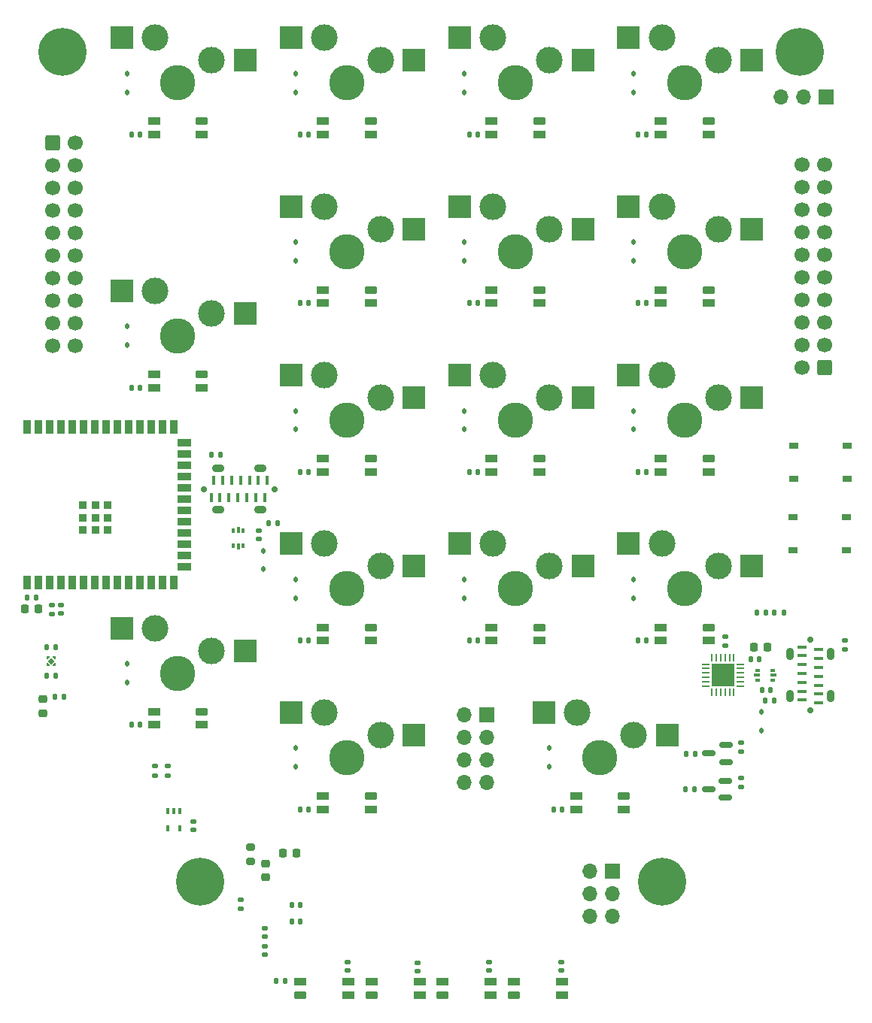
<source format=gbr>
%TF.GenerationSoftware,KiCad,Pcbnew,7.0.7-7.0.7~ubuntu20.04.1*%
%TF.CreationDate,2023-08-31T00:29:57-07:00*%
%TF.ProjectId,v2_controller,76325f63-6f6e-4747-926f-6c6c65722e6b,rev?*%
%TF.SameCoordinates,Original*%
%TF.FileFunction,Soldermask,Top*%
%TF.FilePolarity,Negative*%
%FSLAX46Y46*%
G04 Gerber Fmt 4.6, Leading zero omitted, Abs format (unit mm)*
G04 Created by KiCad (PCBNEW 7.0.7-7.0.7~ubuntu20.04.1) date 2023-08-31 00:29:57*
%MOMM*%
%LPD*%
G01*
G04 APERTURE LIST*
G04 Aperture macros list*
%AMRoundRect*
0 Rectangle with rounded corners*
0 $1 Rounding radius*
0 $2 $3 $4 $5 $6 $7 $8 $9 X,Y pos of 4 corners*
0 Add a 4 corners polygon primitive as box body*
4,1,4,$2,$3,$4,$5,$6,$7,$8,$9,$2,$3,0*
0 Add four circle primitives for the rounded corners*
1,1,$1+$1,$2,$3*
1,1,$1+$1,$4,$5*
1,1,$1+$1,$6,$7*
1,1,$1+$1,$8,$9*
0 Add four rect primitives between the rounded corners*
20,1,$1+$1,$2,$3,$4,$5,0*
20,1,$1+$1,$4,$5,$6,$7,0*
20,1,$1+$1,$6,$7,$8,$9,0*
20,1,$1+$1,$8,$9,$2,$3,0*%
%AMRotRect*
0 Rectangle, with rotation*
0 The origin of the aperture is its center*
0 $1 length*
0 $2 width*
0 $3 Rotation angle, in degrees counterclockwise*
0 Add horizontal line*
21,1,$1,$2,0,0,$3*%
%AMFreePoly0*
4,1,6,0.130000,0.115000,0.130000,-0.115000,-0.130000,-0.115000,-0.130000,0.275000,-0.020000,0.275000,0.130000,0.115000,0.130000,0.115000,$1*%
%AMFreePoly1*
4,1,6,0.130000,-0.115000,-0.130000,-0.115000,-0.130000,0.115000,0.020000,0.275000,0.130000,0.275000,0.130000,-0.115000,0.130000,-0.115000,$1*%
G04 Aperture macros list end*
%ADD10RoundRect,0.062500X0.350000X0.062500X-0.350000X0.062500X-0.350000X-0.062500X0.350000X-0.062500X0*%
%ADD11RoundRect,0.062500X0.062500X0.350000X-0.062500X0.350000X-0.062500X-0.350000X0.062500X-0.350000X0*%
%ADD12R,2.600000X2.600000*%
%ADD13RoundRect,0.112500X-0.112500X0.187500X-0.112500X-0.187500X0.112500X-0.187500X0.112500X0.187500X0*%
%ADD14RoundRect,0.135000X0.135000X0.185000X-0.135000X0.185000X-0.135000X-0.185000X0.135000X-0.185000X0*%
%ADD15C,0.700000*%
%ADD16R,0.320000X1.000000*%
%ADD17O,1.400000X0.900000*%
%ADD18RoundRect,0.140000X0.140000X0.170000X-0.140000X0.170000X-0.140000X-0.170000X0.140000X-0.170000X0*%
%ADD19R,1.400000X0.820000*%
%ADD20RoundRect,0.205000X-0.495000X-0.205000X0.495000X-0.205000X0.495000X0.205000X-0.495000X0.205000X0*%
%ADD21RoundRect,0.135000X0.185000X-0.135000X0.185000X0.135000X-0.185000X0.135000X-0.185000X-0.135000X0*%
%ADD22RoundRect,0.140000X-0.140000X-0.170000X0.140000X-0.170000X0.140000X0.170000X-0.140000X0.170000X0*%
%ADD23RoundRect,0.205000X0.495000X0.205000X-0.495000X0.205000X-0.495000X-0.205000X0.495000X-0.205000X0*%
%ADD24R,1.000000X0.320000*%
%ADD25O,0.900000X1.400000*%
%ADD26RoundRect,0.140000X-0.170000X0.140000X-0.170000X-0.140000X0.170000X-0.140000X0.170000X0.140000X0*%
%ADD27RoundRect,0.135000X-0.135000X-0.185000X0.135000X-0.185000X0.135000X0.185000X-0.135000X0.185000X0*%
%ADD28RoundRect,0.140000X0.170000X-0.140000X0.170000X0.140000X-0.170000X0.140000X-0.170000X-0.140000X0*%
%ADD29R,0.900000X1.500000*%
%ADD30R,1.500000X0.900000*%
%ADD31R,0.900000X0.900000*%
%ADD32RoundRect,0.250000X0.600000X0.600000X-0.600000X0.600000X-0.600000X-0.600000X0.600000X-0.600000X0*%
%ADD33C,1.700000*%
%ADD34RoundRect,0.250000X-0.600000X-0.600000X0.600000X-0.600000X0.600000X0.600000X-0.600000X0.600000X0*%
%ADD35R,0.400000X0.650000*%
%ADD36C,0.800000*%
%ADD37C,5.400000*%
%ADD38FreePoly0,180.000000*%
%ADD39FreePoly1,180.000000*%
%ADD40FreePoly0,0.000000*%
%ADD41FreePoly1,0.000000*%
%ADD42RotRect,0.520000X0.520000X45.000000*%
%ADD43RoundRect,0.225000X0.225000X0.250000X-0.225000X0.250000X-0.225000X-0.250000X0.225000X-0.250000X0*%
%ADD44RoundRect,0.150000X0.587500X0.150000X-0.587500X0.150000X-0.587500X-0.150000X0.587500X-0.150000X0*%
%ADD45RoundRect,0.218750X0.256250X-0.218750X0.256250X0.218750X-0.256250X0.218750X-0.256250X-0.218750X0*%
%ADD46RoundRect,0.112500X0.112500X-0.187500X0.112500X0.187500X-0.112500X0.187500X-0.112500X-0.187500X0*%
%ADD47R,0.500000X0.375000*%
%ADD48R,0.650000X0.300000*%
%ADD49R,1.700000X1.700000*%
%ADD50O,1.700000X1.700000*%
%ADD51RoundRect,0.135000X-0.185000X0.135000X-0.185000X-0.135000X0.185000X-0.135000X0.185000X0.135000X0*%
%ADD52R,1.000000X0.750000*%
%ADD53RoundRect,0.225000X0.250000X-0.225000X0.250000X0.225000X-0.250000X0.225000X-0.250000X-0.225000X0*%
%ADD54R,0.375000X0.500000*%
%ADD55R,0.300000X0.650000*%
%ADD56RoundRect,0.200000X0.275000X-0.200000X0.275000X0.200000X-0.275000X0.200000X-0.275000X-0.200000X0*%
%ADD57C,3.000000*%
%ADD58C,3.987800*%
%ADD59R,2.550000X2.500000*%
G04 APERTURE END LIST*
D10*
%TO.C,U7*%
X124758500Y-115978000D03*
X124758500Y-115478000D03*
X124758500Y-114978000D03*
X124758500Y-114478000D03*
X124758500Y-113978000D03*
X124758500Y-113478000D03*
D11*
X124071000Y-112790500D03*
X123571000Y-112790500D03*
X123071000Y-112790500D03*
X122571000Y-112790500D03*
X122071000Y-112790500D03*
X121571000Y-112790500D03*
D10*
X120883500Y-113478000D03*
X120883500Y-113978000D03*
X120883500Y-114478000D03*
X120883500Y-114978000D03*
X120883500Y-115478000D03*
X120883500Y-115978000D03*
D11*
X121571000Y-116665500D03*
X122071000Y-116665500D03*
X122571000Y-116665500D03*
X123071000Y-116665500D03*
X123571000Y-116665500D03*
X124071000Y-116665500D03*
D12*
X122821000Y-114728000D03*
%TD*%
D13*
%TO.C,D34*%
X112750000Y-46950000D03*
X112750000Y-49050000D03*
%TD*%
D14*
%TO.C,R8*%
X66251000Y-89856000D03*
X65231000Y-89856000D03*
%TD*%
D15*
%TO.C,J1*%
X64400000Y-93750000D03*
X72400000Y-93750000D03*
D16*
X65560000Y-92800000D03*
X66560000Y-92800000D03*
X67560000Y-92800000D03*
X68560000Y-92800000D03*
X69560000Y-92800000D03*
X70560000Y-92800000D03*
X71560000Y-92800000D03*
X71240000Y-94700000D03*
X70240000Y-94700000D03*
X69240000Y-94700000D03*
X68240000Y-94700000D03*
X67240000Y-94700000D03*
X66240000Y-94700000D03*
X65240000Y-94700000D03*
D17*
X66030000Y-96070000D03*
X70770000Y-96070000D03*
X66030000Y-91430000D03*
X70770000Y-91430000D03*
%TD*%
D18*
%TO.C,C3*%
X45522000Y-106001000D03*
X44562000Y-106001000D03*
%TD*%
D19*
%TO.C,D41*%
X104700000Y-149250000D03*
X104700000Y-150750000D03*
D20*
X99300000Y-150750000D03*
D19*
X99300000Y-149250000D03*
%TD*%
D21*
%TO.C,R3*%
X60400000Y-126010000D03*
X60400000Y-124990000D03*
%TD*%
D22*
%TO.C,C29*%
X75270000Y-72830000D03*
X76230000Y-72830000D03*
%TD*%
D19*
%TO.C,D39*%
X88700000Y-149250000D03*
X88700000Y-150750000D03*
D20*
X83300000Y-150750000D03*
D19*
X83300000Y-149250000D03*
%TD*%
D21*
%TO.C,R11*%
X136548000Y-111794000D03*
X136548000Y-110774000D03*
%TD*%
D19*
%TO.C,D17*%
X58800000Y-53830000D03*
X58800000Y-52330000D03*
D23*
X64200000Y-52330000D03*
D19*
X64200000Y-53830000D03*
%TD*%
D15*
%TO.C,J2*%
X132672000Y-118698000D03*
X132672000Y-110698000D03*
D24*
X131722000Y-117538000D03*
X131722000Y-116538000D03*
X131722000Y-115538000D03*
X131722000Y-114538000D03*
X131722000Y-113538000D03*
X131722000Y-112538000D03*
X131722000Y-111538000D03*
X133622000Y-111858000D03*
X133622000Y-112858000D03*
X133622000Y-113858000D03*
X133622000Y-114858000D03*
X133622000Y-115858000D03*
X133622000Y-116858000D03*
X133622000Y-117858000D03*
D25*
X134992000Y-117068000D03*
X134992000Y-112328000D03*
X130352000Y-117068000D03*
X130352000Y-112328000D03*
%TD*%
D19*
%TO.C,D8*%
X96800000Y-91830000D03*
X96800000Y-90330000D03*
D23*
X102200000Y-90330000D03*
D19*
X102200000Y-91830000D03*
%TD*%
D26*
%TO.C,C38*%
X80600000Y-147020000D03*
X80600000Y-147980000D03*
%TD*%
D13*
%TO.C,D33*%
X55750000Y-75450000D03*
X55750000Y-77550000D03*
%TD*%
D27*
%TO.C,R9*%
X71708000Y-97603000D03*
X72728000Y-97603000D03*
%TD*%
D22*
%TO.C,C20*%
X113270000Y-72830000D03*
X114230000Y-72830000D03*
%TD*%
D28*
%TO.C,C10*%
X63200000Y-132180000D03*
X63200000Y-131220000D03*
%TD*%
D13*
%TO.C,D21*%
X103250000Y-122950000D03*
X103250000Y-125050000D03*
%TD*%
D19*
%TO.C,D7*%
X115800000Y-91830000D03*
X115800000Y-90330000D03*
D23*
X121200000Y-90330000D03*
D19*
X121200000Y-91830000D03*
%TD*%
%TO.C,D12*%
X77800000Y-72830000D03*
X77800000Y-71330000D03*
D23*
X83200000Y-71330000D03*
D19*
X83200000Y-72830000D03*
%TD*%
D29*
%TO.C,U1*%
X44490000Y-104250000D03*
X45760000Y-104250000D03*
X47030000Y-104250000D03*
X48300000Y-104250000D03*
X49570000Y-104250000D03*
X50840000Y-104250000D03*
X52110000Y-104250000D03*
X53380000Y-104250000D03*
X54650000Y-104250000D03*
X55920000Y-104250000D03*
X57190000Y-104250000D03*
X58460000Y-104250000D03*
X59730000Y-104250000D03*
X61000000Y-104250000D03*
D30*
X62250000Y-102485000D03*
X62250000Y-101215000D03*
X62250000Y-99945000D03*
X62250000Y-98675000D03*
X62250000Y-97405000D03*
X62250000Y-96135000D03*
X62250000Y-94865000D03*
X62250000Y-93595000D03*
X62250000Y-92325000D03*
X62250000Y-91055000D03*
X62250000Y-89785000D03*
X62250000Y-88515000D03*
D29*
X61000000Y-86750000D03*
X59730000Y-86750000D03*
X58460000Y-86750000D03*
X57190000Y-86750000D03*
X55920000Y-86750000D03*
X54650000Y-86750000D03*
X53380000Y-86750000D03*
X52110000Y-86750000D03*
X50840000Y-86750000D03*
X49570000Y-86750000D03*
X48300000Y-86750000D03*
X47030000Y-86750000D03*
X45760000Y-86750000D03*
X44490000Y-86750000D03*
D31*
X50810000Y-98400000D03*
X52210000Y-98400000D03*
X53610000Y-98400000D03*
X53610000Y-98400000D03*
X50810000Y-97000000D03*
X50810000Y-97000000D03*
X52210000Y-97000000D03*
X53610000Y-97000000D03*
X50810000Y-95600000D03*
X52210000Y-95600000D03*
X53610000Y-95600000D03*
%TD*%
D27*
%TO.C,R6*%
X118662000Y-123558000D03*
X119682000Y-123558000D03*
%TD*%
D22*
%TO.C,C25*%
X94270000Y-72830000D03*
X95230000Y-72830000D03*
%TD*%
D32*
%TO.C,J3*%
X134300000Y-80060000D03*
D33*
X131760000Y-80060000D03*
X134300000Y-77520000D03*
X131760000Y-77520000D03*
X134300000Y-74980000D03*
X131760000Y-74980000D03*
X134300000Y-72440000D03*
X131760000Y-72440000D03*
X134300000Y-69900000D03*
X131760000Y-69900000D03*
X134300000Y-67360000D03*
X131760000Y-67360000D03*
X134300000Y-64820000D03*
X131760000Y-64820000D03*
X134300000Y-62280000D03*
X131760000Y-62280000D03*
X134300000Y-59740000D03*
X131760000Y-59740000D03*
X134300000Y-57200000D03*
X131760000Y-57200000D03*
%TD*%
D27*
%TO.C,R7*%
X118590000Y-127600000D03*
X119610000Y-127600000D03*
%TD*%
D22*
%TO.C,C24*%
X94270000Y-53830000D03*
X95230000Y-53830000D03*
%TD*%
D18*
%TO.C,C11*%
X47724000Y-114757000D03*
X46764000Y-114757000D03*
%TD*%
D19*
%TO.C,D38*%
X80700000Y-149250000D03*
X80700000Y-150750000D03*
D20*
X75300000Y-150750000D03*
D19*
X75300000Y-149250000D03*
%TD*%
D22*
%TO.C,C26*%
X94270000Y-91830000D03*
X95230000Y-91830000D03*
%TD*%
%TO.C,C21*%
X113270000Y-91830000D03*
X114230000Y-91830000D03*
%TD*%
D13*
%TO.C,D37*%
X55750000Y-46950000D03*
X55750000Y-49050000D03*
%TD*%
D34*
%TO.C,J4*%
X47429600Y-54718400D03*
D33*
X49969600Y-54718400D03*
X47429600Y-57258400D03*
X49969600Y-57258400D03*
X47429600Y-59798400D03*
X49969600Y-59798400D03*
X47429600Y-62338400D03*
X49969600Y-62338400D03*
X47429600Y-64878400D03*
X49969600Y-64878400D03*
X47429600Y-67418400D03*
X49969600Y-67418400D03*
X47429600Y-69958400D03*
X49969600Y-69958400D03*
X47429600Y-72498400D03*
X49969600Y-72498400D03*
X47429600Y-75038400D03*
X49969600Y-75038400D03*
X47429600Y-77578400D03*
X49969600Y-77578400D03*
%TD*%
D22*
%TO.C,C32*%
X75270000Y-129829999D03*
X76230000Y-129829999D03*
%TD*%
D26*
%TO.C,C39*%
X88500000Y-147120000D03*
X88500000Y-148080000D03*
%TD*%
D35*
%TO.C,U3*%
X61694000Y-130070000D03*
X61044000Y-130070000D03*
X60394000Y-130070000D03*
X60394000Y-131970000D03*
X61694000Y-131970000D03*
%TD*%
D22*
%TO.C,C16*%
X127239000Y-116415000D03*
X128199000Y-116415000D03*
%TD*%
D36*
%TO.C,H2*%
X129475000Y-44500000D03*
X130068109Y-43068109D03*
X130068109Y-45931891D03*
X131500000Y-42475000D03*
D37*
X131500000Y-44500000D03*
D36*
X131500000Y-46525000D03*
X132931891Y-43068109D03*
X132931891Y-45931891D03*
X133525000Y-44500000D03*
%TD*%
D21*
%TO.C,R17*%
X68605000Y-141020000D03*
X68605000Y-140000000D03*
%TD*%
D13*
%TO.C,D32*%
X74750000Y-65950000D03*
X74750000Y-68050000D03*
%TD*%
D19*
%TO.C,D15*%
X96800000Y-53830000D03*
X96800000Y-52330000D03*
D23*
X102200000Y-52330000D03*
D19*
X102200000Y-53830000D03*
%TD*%
D13*
%TO.C,D25*%
X74750000Y-103950000D03*
X74750000Y-106050000D03*
%TD*%
D38*
%TO.C,U4*%
X47569000Y-112672000D03*
D39*
X46919000Y-112672000D03*
D40*
X46919000Y-113642000D03*
D41*
X47569000Y-113642000D03*
D42*
X47244000Y-113157000D03*
%TD*%
D19*
%TO.C,D9*%
X77800000Y-91830000D03*
X77800000Y-90330000D03*
D23*
X83200000Y-90330000D03*
D19*
X83200000Y-91830000D03*
%TD*%
D22*
%TO.C,C22*%
X113270000Y-110830000D03*
X114230000Y-110830000D03*
%TD*%
D14*
%TO.C,R10*%
X128610000Y-117558000D03*
X127590000Y-117558000D03*
%TD*%
D19*
%TO.C,D2*%
X77800000Y-129829999D03*
X77800000Y-128329999D03*
D23*
X83200000Y-128329999D03*
D19*
X83200000Y-129829999D03*
%TD*%
D13*
%TO.C,D23*%
X112750000Y-103950000D03*
X112750000Y-106050000D03*
%TD*%
D36*
%TO.C,H4*%
X113975000Y-138000000D03*
X114568109Y-136568109D03*
X114568109Y-139431891D03*
X116000000Y-135975000D03*
D37*
X116000000Y-138000000D03*
D36*
X116000000Y-140025000D03*
X117431891Y-136568109D03*
X117431891Y-139431891D03*
X118025000Y-138000000D03*
%TD*%
D43*
%TO.C,C2*%
X45817000Y-107271000D03*
X44267000Y-107271000D03*
%TD*%
D44*
%TO.C,Q2*%
X123137500Y-128500000D03*
X123137500Y-126600000D03*
X121262500Y-127550000D03*
%TD*%
D18*
%TO.C,C4*%
X75280000Y-140600000D03*
X74320000Y-140600000D03*
%TD*%
D43*
%TO.C,C17*%
X127859000Y-111538000D03*
X126309000Y-111538000D03*
%TD*%
D13*
%TO.C,D30*%
X112750000Y-65950000D03*
X112750000Y-68050000D03*
%TD*%
D22*
%TO.C,C19*%
X113270000Y-53830000D03*
X114230000Y-53830000D03*
%TD*%
D13*
%TO.C,D27*%
X112750000Y-84950000D03*
X112750000Y-87050000D03*
%TD*%
D45*
%TO.C,D20*%
X46300000Y-118987500D03*
X46300000Y-117412500D03*
%TD*%
D14*
%TO.C,R13*%
X129660000Y-107652000D03*
X128640000Y-107652000D03*
%TD*%
D21*
%TO.C,R2*%
X58900000Y-126010000D03*
X58900000Y-124990000D03*
%TD*%
D46*
%TO.C,D19*%
X127200000Y-120950000D03*
X127200000Y-118850000D03*
%TD*%
D47*
%TO.C,U6*%
X128442000Y-115280000D03*
D48*
X128517000Y-114742500D03*
D47*
X128442000Y-114205000D03*
X126742000Y-114205000D03*
D48*
X126667000Y-114742500D03*
D47*
X126742000Y-115280000D03*
%TD*%
D44*
%TO.C,Q1*%
X123147000Y-124500000D03*
X123147000Y-122600000D03*
X121272000Y-123550000D03*
%TD*%
D21*
%TO.C,R15*%
X123113000Y-111416000D03*
X123113000Y-110396000D03*
%TD*%
D28*
%TO.C,C15*%
X70600000Y-99380000D03*
X70600000Y-98420000D03*
%TD*%
D13*
%TO.C,D22*%
X74750000Y-122950000D03*
X74750000Y-125050000D03*
%TD*%
D26*
%TO.C,C36*%
X96500000Y-147020000D03*
X96500000Y-147980000D03*
%TD*%
D49*
%TO.C,J7*%
X134480000Y-49600000D03*
D50*
X131940000Y-49600000D03*
X129400000Y-49600000D03*
%TD*%
D22*
%TO.C,C31*%
X75270000Y-110830000D03*
X76230000Y-110830000D03*
%TD*%
%TO.C,C28*%
X75270000Y-53830000D03*
X76230000Y-53830000D03*
%TD*%
D51*
%TO.C,R5*%
X124900000Y-126290000D03*
X124900000Y-127310000D03*
%TD*%
D27*
%TO.C,R16*%
X72580000Y-149200000D03*
X73600000Y-149200000D03*
%TD*%
D43*
%TO.C,C6*%
X74875000Y-134800000D03*
X73325000Y-134800000D03*
%TD*%
D19*
%TO.C,D13*%
X58800000Y-82330000D03*
X58800000Y-80830000D03*
D23*
X64200000Y-80830000D03*
D19*
X64200000Y-82330000D03*
%TD*%
D52*
%TO.C,SW19*%
X130700000Y-96900000D03*
X136700000Y-96900000D03*
X130700000Y-100650000D03*
X136700000Y-100650000D03*
%TD*%
D22*
%TO.C,C35*%
X56270000Y-120330000D03*
X57230000Y-120330000D03*
%TD*%
D13*
%TO.C,D29*%
X74750000Y-84950000D03*
X74750000Y-87050000D03*
%TD*%
D22*
%TO.C,C33*%
X56270000Y-53830000D03*
X57230000Y-53830000D03*
%TD*%
D51*
%TO.C,R4*%
X124900000Y-122290000D03*
X124900000Y-123310000D03*
%TD*%
D21*
%TO.C,R1*%
X47284000Y-107832000D03*
X47284000Y-106812000D03*
%TD*%
D19*
%TO.C,D6*%
X58800000Y-120330000D03*
X58800000Y-118830000D03*
D23*
X64200000Y-118830000D03*
D19*
X64200000Y-120330000D03*
%TD*%
D36*
%TO.C,H3*%
X61975000Y-138000000D03*
X62568109Y-136568109D03*
X62568109Y-139431891D03*
X64000000Y-135975000D03*
D37*
X64000000Y-138000000D03*
D36*
X64000000Y-140025000D03*
X65431891Y-136568109D03*
X65431891Y-139431891D03*
X66025000Y-138000000D03*
%TD*%
D22*
%TO.C,C30*%
X75270000Y-91830000D03*
X76230000Y-91830000D03*
%TD*%
D13*
%TO.C,D36*%
X74750000Y-46950000D03*
X74750000Y-49050000D03*
%TD*%
D19*
%TO.C,D10*%
X115800000Y-72830000D03*
X115800000Y-71330000D03*
D23*
X121200000Y-71330000D03*
D19*
X121200000Y-72830000D03*
%TD*%
%TO.C,D1*%
X106300000Y-129829999D03*
X106300000Y-128329999D03*
D23*
X111700000Y-128329999D03*
D19*
X111700000Y-129829999D03*
%TD*%
%TO.C,D14*%
X115800000Y-53830000D03*
X115800000Y-52330000D03*
D23*
X121200000Y-52330000D03*
D19*
X121200000Y-53830000D03*
%TD*%
%TO.C,D11*%
X96800000Y-72830000D03*
X96800000Y-71330000D03*
D23*
X102200000Y-71330000D03*
D19*
X102200000Y-72830000D03*
%TD*%
%TO.C,D16*%
X77800000Y-53830000D03*
X77800000Y-52330000D03*
D23*
X83200000Y-52330000D03*
D19*
X83200000Y-53830000D03*
%TD*%
D13*
%TO.C,D28*%
X93750000Y-84950000D03*
X93750000Y-87050000D03*
%TD*%
D19*
%TO.C,D4*%
X96800000Y-110830000D03*
X96800000Y-109330000D03*
D23*
X102200000Y-109330000D03*
D19*
X102200000Y-110830000D03*
%TD*%
D13*
%TO.C,D35*%
X93750000Y-46950000D03*
X93750000Y-49050000D03*
%TD*%
D22*
%TO.C,C23*%
X103770000Y-129829999D03*
X104730000Y-129829999D03*
%TD*%
D52*
%TO.C,SW18*%
X136800000Y-92600000D03*
X130800000Y-92600000D03*
X136800000Y-88850000D03*
X130800000Y-88850000D03*
%TD*%
D53*
%TO.C,C7*%
X71400000Y-137475000D03*
X71400000Y-135925000D03*
%TD*%
D13*
%TO.C,D24*%
X93750000Y-103950000D03*
X93750000Y-106050000D03*
%TD*%
D18*
%TO.C,C5*%
X75280000Y-142500000D03*
X74320000Y-142500000D03*
%TD*%
D26*
%TO.C,C9*%
X71300000Y-145252000D03*
X71300000Y-146212000D03*
%TD*%
D49*
%TO.C,J6*%
X110363000Y-136779000D03*
D50*
X107823000Y-136779000D03*
X110363000Y-139319000D03*
X107823000Y-139319000D03*
X110363000Y-141859000D03*
X107823000Y-141859000D03*
%TD*%
D54*
%TO.C,U5*%
X68818500Y-98454800D03*
D55*
X68281000Y-98379800D03*
D54*
X67743500Y-98454800D03*
X67743500Y-100154800D03*
D55*
X68281000Y-100229800D03*
D54*
X68818500Y-100154800D03*
%TD*%
D46*
%TO.C,D18*%
X71100000Y-102800000D03*
X71100000Y-100700000D03*
%TD*%
D13*
%TO.C,D31*%
X93750000Y-65950000D03*
X93750000Y-68050000D03*
%TD*%
D26*
%TO.C,C37*%
X104600000Y-147020000D03*
X104600000Y-147980000D03*
%TD*%
D36*
%TO.C,H1*%
X46475000Y-44500000D03*
X47068109Y-43068109D03*
X47068109Y-45931891D03*
X48500000Y-42475000D03*
D37*
X48500000Y-44500000D03*
D36*
X48500000Y-46525000D03*
X49931891Y-43068109D03*
X49931891Y-45931891D03*
X50525000Y-44500000D03*
%TD*%
D56*
%TO.C,R18*%
X69700000Y-135725000D03*
X69700000Y-134075000D03*
%TD*%
D22*
%TO.C,C27*%
X94270000Y-110830000D03*
X95230000Y-110830000D03*
%TD*%
D14*
%TO.C,R14*%
X127660000Y-107652000D03*
X126640000Y-107652000D03*
%TD*%
D22*
%TO.C,C34*%
X56270000Y-82330000D03*
X57230000Y-82330000D03*
%TD*%
D49*
%TO.C,J5*%
X96290000Y-119200000D03*
D50*
X93750000Y-119200000D03*
X96290000Y-121740000D03*
X93750000Y-121740000D03*
X96290000Y-124280000D03*
X93750000Y-124280000D03*
X96290000Y-126820000D03*
X93750000Y-126820000D03*
%TD*%
D26*
%TO.C,C1*%
X48300000Y-106840000D03*
X48300000Y-107800000D03*
%TD*%
D19*
%TO.C,D5*%
X77800000Y-110830000D03*
X77800000Y-109330000D03*
D23*
X83200000Y-109330000D03*
D19*
X83200000Y-110830000D03*
%TD*%
%TO.C,D3*%
X115800000Y-110830000D03*
X115800000Y-109330000D03*
D23*
X121200000Y-109330000D03*
D19*
X121200000Y-110830000D03*
%TD*%
D13*
%TO.C,D26*%
X55750000Y-113450000D03*
X55750000Y-115550000D03*
%TD*%
D19*
%TO.C,D40*%
X96700000Y-149250000D03*
X96700000Y-150750000D03*
D20*
X91300000Y-150750000D03*
D19*
X91300000Y-149250000D03*
%TD*%
D27*
%TO.C,R12*%
X47690000Y-117200000D03*
X48710000Y-117200000D03*
%TD*%
D18*
%TO.C,C18*%
X126929000Y-112935000D03*
X125969000Y-112935000D03*
%TD*%
D26*
%TO.C,C8*%
X71300000Y-143220000D03*
X71300000Y-144180000D03*
%TD*%
D18*
%TO.C,C12*%
X47724000Y-111557000D03*
X46764000Y-111557000D03*
%TD*%
D57*
%TO.C,SW10*%
X122310000Y-64460000D03*
D58*
X118500000Y-67000000D03*
D57*
X115960000Y-61920000D03*
D59*
X126060000Y-64460000D03*
X112210000Y-61920000D03*
%TD*%
D57*
%TO.C,SW17*%
X65310000Y-45460000D03*
D58*
X61500000Y-48000000D03*
D57*
X58960000Y-42920000D03*
D59*
X69060000Y-45460000D03*
X55210000Y-42920000D03*
%TD*%
D57*
%TO.C,SW14*%
X122310000Y-45460000D03*
D58*
X118500000Y-48000000D03*
D57*
X115960000Y-42920000D03*
D59*
X126060000Y-45460000D03*
X112210000Y-42920000D03*
%TD*%
D57*
%TO.C,SW7*%
X122310000Y-83460000D03*
D58*
X118500000Y-86000000D03*
D57*
X115960000Y-80920000D03*
D59*
X126060000Y-83460000D03*
X112210000Y-80920000D03*
%TD*%
D57*
%TO.C,SW15*%
X103310000Y-45460000D03*
D58*
X99500000Y-48000000D03*
D57*
X96960000Y-42920000D03*
D59*
X107060000Y-45460000D03*
X93210000Y-42920000D03*
%TD*%
D57*
%TO.C,SW13*%
X65310000Y-73960000D03*
D58*
X61500000Y-76500000D03*
D57*
X58960000Y-71420000D03*
D59*
X69060000Y-73960000D03*
X55210000Y-71420000D03*
%TD*%
D57*
%TO.C,SW1*%
X112810000Y-121460000D03*
D58*
X109000000Y-124000000D03*
D57*
X106460000Y-118920000D03*
D59*
X116560000Y-121460000D03*
X102710000Y-118920000D03*
%TD*%
D57*
%TO.C,SW4*%
X103310000Y-102460000D03*
D58*
X99500000Y-105000000D03*
D57*
X96960000Y-99920000D03*
D59*
X107060000Y-102460000D03*
X93210000Y-99920000D03*
%TD*%
D57*
%TO.C,SW16*%
X84310000Y-45460000D03*
D58*
X80500000Y-48000000D03*
D57*
X77960000Y-42920000D03*
D59*
X88060000Y-45460000D03*
X74210000Y-42920000D03*
%TD*%
D57*
%TO.C,SW8*%
X103310000Y-83460000D03*
D58*
X99500000Y-86000000D03*
D57*
X96960000Y-80920000D03*
D59*
X107060000Y-83460000D03*
X93210000Y-80920000D03*
%TD*%
D57*
%TO.C,SW9*%
X84310000Y-83460000D03*
D58*
X80500000Y-86000000D03*
D57*
X77960000Y-80920000D03*
D59*
X88060000Y-83460000D03*
X74210000Y-80920000D03*
%TD*%
D57*
%TO.C,SW11*%
X103310000Y-64460000D03*
D58*
X99500000Y-67000000D03*
D57*
X96960000Y-61920000D03*
D59*
X107060000Y-64460000D03*
X93210000Y-61920000D03*
%TD*%
D57*
%TO.C,SW3*%
X122310000Y-102460000D03*
D58*
X118500000Y-105000000D03*
D57*
X115960000Y-99920000D03*
D59*
X126060000Y-102460000D03*
X112210000Y-99920000D03*
%TD*%
D57*
%TO.C,SW6*%
X65310000Y-111960000D03*
D58*
X61500000Y-114500000D03*
D57*
X58960000Y-109420000D03*
D59*
X69060000Y-111960000D03*
X55210000Y-109420000D03*
%TD*%
D57*
%TO.C,SW5*%
X84310000Y-102460000D03*
D58*
X80500000Y-105000000D03*
D57*
X77960000Y-99920000D03*
D59*
X88060000Y-102460000D03*
X74210000Y-99920000D03*
%TD*%
D57*
%TO.C,SW2*%
X84310000Y-121460000D03*
D58*
X80500000Y-124000000D03*
D57*
X77960000Y-118920000D03*
D59*
X88060000Y-121460000D03*
X74210000Y-118920000D03*
%TD*%
D57*
%TO.C,SW12*%
X84310000Y-64460000D03*
D58*
X80500000Y-67000000D03*
D57*
X77960000Y-61920000D03*
D59*
X88060000Y-64460000D03*
X74210000Y-61920000D03*
%TD*%
M02*

</source>
